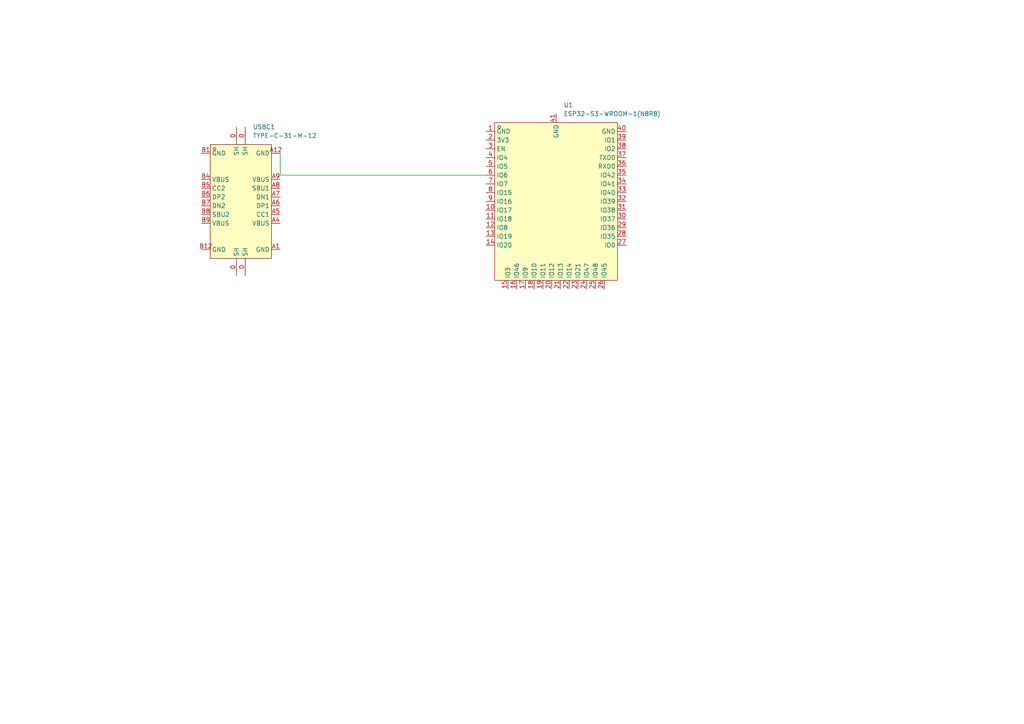
<source format=kicad_sch>
(kicad_sch (version 20231120) (generator "eeschema") (generator_version "8.0")
  (paper "A4")
  (lib_symbols
    (symbol "EasyEDA:ESP32-S3-WROOM-1(N8R8)"
      (property "Reference" "U" (at 0 30.48 0))
      (property "Value" "ESP32-S3-WROOM-1(N8R8)" (at 0 -30.48 0))
      (symbol "ESP32-S3-WROOM-1(N8R8)_0_1"
        (rectangle (start -17.78 22.86) (end 17.78 -22.86) (fill (type background)))
        (circle (center -16.51 21.59) (radius 0.38))
        (pin unspecified line (at -20.32 20.32 0) (length 2.54) (name "GND") (number "1"))
        (pin unspecified line (at -20.32 -2.54 0) (length 2.54) (name "IO17") (number "10"))
        (pin unspecified line (at -20.32 -5.08 0) (length 2.54) (name "IO18") (number "11"))
        (pin unspecified line (at -20.32 -7.62 0) (length 2.54) (name "IO8") (number "12"))
        (pin unspecified line (at -20.32 -10.16 0) (length 2.54) (name "IO19") (number "13"))
        (pin unspecified line (at -20.32 -12.7 0) (length 2.54) (name "IO20") (number "14"))
        (pin unspecified line (at -13.97 -25.4 90) (length 2.54) (name "IO3") (number "15"))
        (pin unspecified line (at -11.43 -25.4 90) (length 2.54) (name "IO46") (number "16"))
        (pin unspecified line (at -8.89 -25.4 90) (length 2.54) (name "IO9") (number "17"))
        (pin unspecified line (at -6.35 -25.4 90) (length 2.54) (name "IO10") (number "18"))
        (pin unspecified line (at -3.81 -25.4 90) (length 2.54) (name "IO11") (number "19"))
        (pin unspecified line (at -20.32 17.78 0) (length 2.54) (name "3V3") (number "2"))
        (pin unspecified line (at -1.27 -25.4 90) (length 2.54) (name "IO12") (number "20"))
        (pin unspecified line (at 1.27 -25.4 90) (length 2.54) (name "IO13") (number "21"))
        (pin unspecified line (at 3.81 -25.4 90) (length 2.54) (name "IO14") (number "22"))
        (pin unspecified line (at 6.35 -25.4 90) (length 2.54) (name "IO21") (number "23"))
        (pin unspecified line (at 8.89 -25.4 90) (length 2.54) (name "IO47") (number "24"))
        (pin unspecified line (at 11.43 -25.4 90) (length 2.54) (name "IO48") (number "25"))
        (pin unspecified line (at 13.97 -25.4 90) (length 2.54) (name "IO45") (number "26"))
        (pin unspecified line (at 20.32 -12.7 180) (length 2.54) (name "IO0") (number "27"))
        (pin unspecified line (at 20.32 -10.16 180) (length 2.54) (name "IO35") (number "28"))
        (pin unspecified line (at 20.32 -7.62 180) (length 2.54) (name "IO36") (number "29"))
        (pin unspecified line (at -20.32 15.24 0) (length 2.54) (name "EN") (number "3"))
        (pin unspecified line (at 20.32 -5.08 180) (length 2.54) (name "IO37") (number "30"))
        (pin unspecified line (at 20.32 -2.54 180) (length 2.54) (name "IO38") (number "31"))
        (pin unspecified line (at 20.32 0 180) (length 2.54) (name "IO39") (number "32"))
        (pin unspecified line (at 20.32 2.54 180) (length 2.54) (name "IO40") (number "33"))
        (pin unspecified line (at 20.32 5.08 180) (length 2.54) (name "IO41") (number "34"))
        (pin unspecified line (at 20.32 7.62 180) (length 2.54) (name "IO42") (number "35"))
        (pin unspecified line (at 20.32 10.16 180) (length 2.54) (name "RXD0") (number "36"))
        (pin unspecified line (at 20.32 12.7 180) (length 2.54) (name "TXD0") (number "37"))
        (pin unspecified line (at 20.32 15.24 180) (length 2.54) (name "IO2") (number "38"))
        (pin unspecified line (at 20.32 17.78 180) (length 2.54) (name "IO1") (number "39"))
        (pin unspecified line (at -20.32 12.7 0) (length 2.54) (name "IO4") (number "4"))
        (pin unspecified line (at 20.32 20.32 180) (length 2.54) (name "GND") (number "40"))
        (pin unspecified line (at 0 25.4 270) (length 2.54) (name "GND") (number "41"))
        (pin unspecified line (at -20.32 10.16 0) (length 2.54) (name "IO5") (number "5"))
        (pin unspecified line (at -20.32 7.62 0) (length 2.54) (name "IO6") (number "6"))
        (pin unspecified line (at -20.32 5.08 0) (length 2.54) (name "IO7") (number "7"))
        (pin unspecified line (at -20.32 2.54 0) (length 2.54) (name "IO15") (number "8"))
        (pin unspecified line (at -20.32 0 0) (length 2.54) (name "IO16") (number "9"))
      )
    )
    (symbol "EasyEDA:TYPE-C-31-M-12"
      (property "Reference" "USBC" (at 0 26.67 0))
      (property "Value" "TYPE-C-31-M-12" (at 0 -26.67 0))
      (symbol "TYPE-C-31-M-12_0_1"
        (rectangle (start -8.89 16.51) (end 8.89 -16.51) (fill (type background)))
        (circle (center -7.62 15.24) (radius 0.38))
        (pin unspecified line (at -1.27 -21.59 90) (length 5.08) (name "SH") (number "0"))
        (pin unspecified line (at -1.27 21.59 270) (length 5.08) (name "SH") (number "0"))
        (pin unspecified line (at 1.27 -21.59 90) (length 5.08) (name "SH") (number "0"))
        (pin unspecified line (at 1.27 21.59 270) (length 5.08) (name "SH") (number "0"))
        (pin unspecified line (at 11.43 -13.97 180) (length 2.54) (name "GND") (number "A1"))
        (pin unspecified line (at 11.43 13.97 180) (length 2.54) (name "GND") (number "A12"))
        (pin unspecified line (at 11.43 -6.35 180) (length 2.54) (name "VBUS") (number "A4"))
        (pin unspecified line (at 11.43 -3.81 180) (length 2.54) (name "CC1") (number "A5"))
        (pin unspecified line (at 11.43 -1.27 180) (length 2.54) (name "DP1") (number "A6"))
        (pin unspecified line (at 11.43 1.27 180) (length 2.54) (name "DN1") (number "A7"))
        (pin unspecified line (at 11.43 3.81 180) (length 2.54) (name "SBU1") (number "A8"))
        (pin unspecified line (at 11.43 6.35 180) (length 2.54) (name "VBUS") (number "A9"))
        (pin unspecified line (at -11.43 13.97 0) (length 2.54) (name "GND") (number "B1"))
        (pin unspecified line (at -11.43 -13.97 0) (length 2.54) (name "GND") (number "B12"))
        (pin unspecified line (at -11.43 6.35 0) (length 2.54) (name "VBUS") (number "B4"))
        (pin unspecified line (at -11.43 3.81 0) (length 2.54) (name "CC2") (number "B5"))
        (pin unspecified line (at -11.43 1.27 0) (length 2.54) (name "DP2") (number "B6"))
        (pin unspecified line (at -11.43 -1.27 0) (length 2.54) (name "DN2") (number "B7"))
        (pin unspecified line (at -11.43 -3.81 0) (length 2.54) (name "SBU2") (number "B8"))
        (pin unspecified line (at -11.43 -6.35 0) (length 2.54) (name "VBUS") (number "B9"))
      )
    )
  )
  (wire (pts (xy 140.97 50.8) (xy 81.28 50.8)))
  (wire (pts (xy 81.28 50.8) (xy 81.28 44.45)))
  (symbol (lib_id "EasyEDA:ESP32-S3-WROOM-1(N8R8)") (at 161.29 58.42 0) (unit 1)
    (property "Reference" "U1" (at 163.4841 30.48 0) (effects (justify left)))
    (property "Value" "ESP32-S3-WROOM-1(N8R8)" (at 163.4841 33.02 0) (effects (justify left)))
    (property "Footprint" "EasyEDA:WIRELM-SMD_ESP32-S3-WROOM-1" (effects (hide yes)))
    (property "LCSC Part" "C2913201" (effects (hide yes)))
  )
  (symbol (lib_id "EasyEDA:TYPE-C-31-M-12") (at 69.85 58.42 0) (unit 1)
    (property "Reference" "USBC1" (at 73.3141 36.83 0) (effects (justify left)))
    (property "Value" "TYPE-C-31-M-12" (at 73.3141 39.37 0) (effects (justify left)))
    (property "Footprint" "EasyEDA:USB-C_SMD-TYPE-C-31-M-12" (effects (hide yes)))
    (property "Datasheet" "https://lcsc.com/product-detail/USB-Type-C_Korean-Hroparts-Elec-TYPE-C-31-M-12_C165948.html" (effects (hide yes)))
    (property "LCSC Part" "C165948" (effects (hide yes)))
  )
)
</source>
